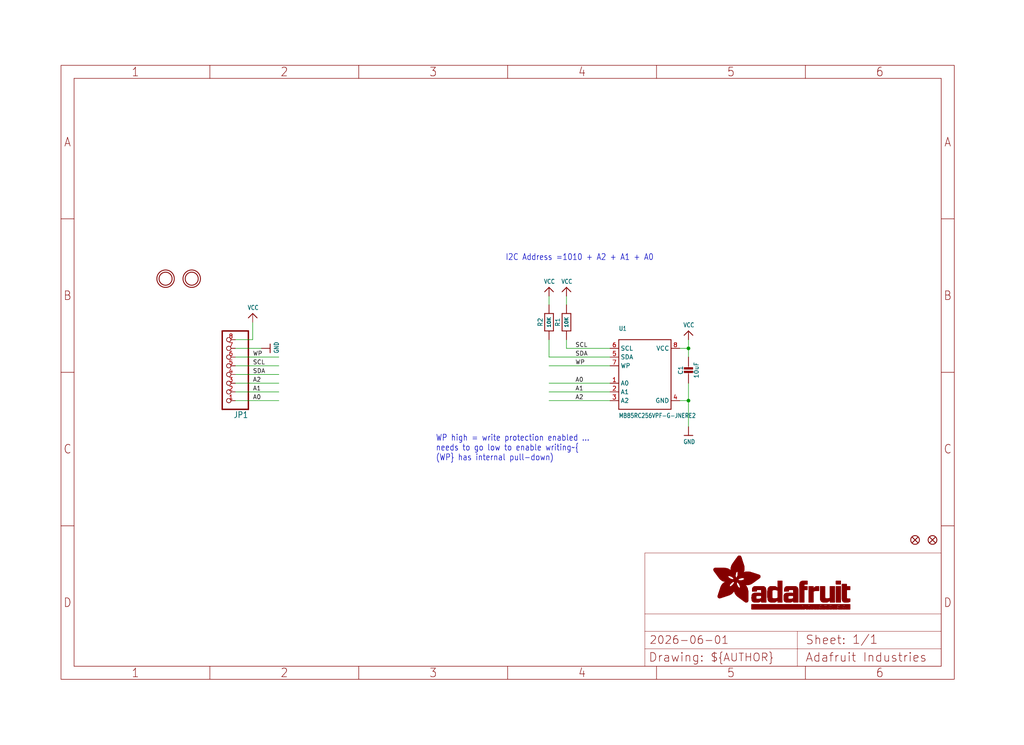
<source format=kicad_sch>
(kicad_sch (version 20230121) (generator eeschema)
  (paper "User" 298.45 217.322)
  (lib_symbols
    (symbol "working-eagle-import:CAP_CERAMIC_0805MP"
      (property "Reference" "C" (at -2.29 1.25 90))
      (symbol "CAP_CERAMIC_0805MP_1_0"
        (pin passive line (at 0 5.08 270) (length 2.54) (name "1") (number "1"))
        (pin passive line (at 0 -2.54 90) (length 2.54) (name "2") (number "2"))
      )
    )
    (symbol "working-eagle-import:FIDUCIAL{dblquote}{dblquote}")
    (symbol "working-eagle-import:FRAME_A4_ADAFRUIT"
      (symbol "FRAME_A4_ADAFRUIT_1_0"
        (text "${#}/${##}" (at 230.505 10.16 0) (effects (font (size 2.54 2.54)) (justify left bottom)))
        (text "${AUTHOR}" (at 189.23 5.08 0) (effects (font (size 2.286 2.286)) (justify left bottom)))
        (text "${CURRENT_DATE}" (at 171.45 10.16 0) (effects (font (size 2.286 2.286)) (justify left bottom)))
        (text "${PROJECTNAME}" (at 171.45 15.24 0) (effects (font (size 2.54 2.54)) (justify left bottom)))
        (text "1" (at 21.6958 1.905 0) (effects (font (size 2.54 2.286))))
        (text "1" (at 21.6958 177.165 0) (effects (font (size 2.54 2.286))))
        (text "2" (at 65.0875 1.905 0) (effects (font (size 2.54 2.286))))
        (text "2" (at 65.0875 177.165 0) (effects (font (size 2.54 2.286))))
        (text "3" (at 108.4792 1.905 0) (effects (font (size 2.54 2.286))))
        (text "3" (at 108.4792 177.165 0) (effects (font (size 2.54 2.286))))
        (text "4" (at 151.8708 1.905 0) (effects (font (size 2.54 2.286))))
        (text "4" (at 151.8708 177.165 0) (effects (font (size 2.54 2.286))))
        (text "5" (at 195.2625 1.905 0) (effects (font (size 2.54 2.286))))
        (text "5" (at 195.2625 177.165 0) (effects (font (size 2.54 2.286))))
        (text "6" (at 238.6542 1.905 0) (effects (font (size 2.54 2.286))))
        (text "6" (at 238.6542 177.165 0) (effects (font (size 2.54 2.286))))
        (text "A" (at 1.905 156.6863 0) (effects (font (size 2.54 2.286))))
        (text "A" (at 258.445 156.6863 0) (effects (font (size 2.54 2.286))))
        (text "Adafruit Industries" (at 216.916 4.953 0) (effects (font (size 2.54 2.54)) (justify left bottom)))
        (text "B" (at 1.905 111.9188 0) (effects (font (size 2.54 2.286))))
        (text "B" (at 258.445 111.9188 0) (effects (font (size 2.54 2.286))))
        (text "C" (at 1.905 67.1513 0) (effects (font (size 2.54 2.286))))
        (text "C" (at 258.445 67.1513 0) (effects (font (size 2.54 2.286))))
        (text "D" (at 1.905 22.3838 0) (effects (font (size 2.54 2.286))))
        (text "D" (at 258.445 22.3838 0) (effects (font (size 2.54 2.286))))
        (text "Drawing:" (at 171.196 4.953 0) (effects (font (size 2.54 2.54)) (justify left bottom)))
        (text "Sheet:" (at 216.916 10.033 0) (effects (font (size 2.54 2.54)) (justify left bottom)))
      )
    )
    (symbol "working-eagle-import:FRAM_SOIC8_I2C"
      (property "Reference" "U" (at -7.62 12.7 0))
      (symbol "FRAM_SOIC8_I2C_1_0"
        (pin input line (at -10.16 -2.54 0) (length 2.54) (name "A0") (number "1"))
        (pin input line (at -10.16 -5.08 0) (length 2.54) (name "A1") (number "2"))
        (pin input line (at -10.16 -7.62 0) (length 2.54) (name "A2") (number "3"))
        (pin power_in line (at 10.16 -7.62 180) (length 2.54) (name "GND") (number "4"))
        (pin bidirectional line (at -10.16 5.08 0) (length 2.54) (name "SDA") (number "5"))
        (pin input line (at -10.16 7.62 0) (length 2.54) (name "SCL") (number "6"))
        (pin input line (at -10.16 2.54 0) (length 2.54) (name "WP") (number "7"))
        (pin power_in line (at 10.16 7.62 180) (length 2.54) (name "VCC") (number "8"))
      )
    )
    (symbol "working-eagle-import:GND" (power)
      (property "Value" "GND" (at -1.524 -2.54 0))
      (symbol "GND_1_0"
        (pin power_in line (at 0 2.54 270) (length 2.54) (name "GND") (number "1"))
      )
    )
    (symbol "working-eagle-import:HEADER-1X870MIL"
      (property "Reference" "JP" (at -6.35 13.335 0))
      (symbol "HEADER-1X870MIL_1_0"
        (pin passive inverted (at -2.54 10.16 0) (length 2.54) (name "1") (number "1"))
        (pin passive inverted (at -2.54 7.62 0) (length 2.54) (name "2") (number "2"))
        (pin passive inverted (at -2.54 5.08 0) (length 2.54) (name "3") (number "3"))
        (pin passive inverted (at -2.54 2.54 0) (length 2.54) (name "4") (number "4"))
        (pin passive inverted (at -2.54 0 0) (length 2.54) (name "5") (number "5"))
        (pin passive inverted (at -2.54 -2.54 0) (length 2.54) (name "6") (number "6"))
        (pin passive inverted (at -2.54 -5.08 0) (length 2.54) (name "7") (number "7"))
        (pin passive inverted (at -2.54 -7.62 0) (length 2.54) (name "8") (number "8"))
      )
    )
    (symbol "working-eagle-import:MOUNTINGHOLE2.5")
    (symbol "working-eagle-import:RESISTOR_0805MP"
      (property "Reference" "R" (at 0 2.54 0))
      (symbol "RESISTOR_0805MP_1_0"
        (pin passive line (at -5.08 0 0) (length 2.54) (name "1") (number "1"))
        (pin passive line (at 5.08 0 180) (length 2.54) (name "2") (number "2"))
      )
    )
    (symbol "working-eagle-import:VCC" (power)
      (property "Value" "VCC" (at -1.524 1.016 0))
      (symbol "VCC_1_0"
        (pin power_in line (at 0 -2.54 90) (length 2.54) (name "VCC") (number "1"))
      )
    )
  )
  (junction (at 200.66 101.6))
  (junction (at 200.66 116.84))
  (wire (pts (xy 200.66 101.6) (xy 200.66 99.06)) (stroke (width 0.1524)))
  (wire (pts (xy 81.28 116.84) (xy 68.58 116.84)) (stroke (width 0.1524)))
  (wire (pts (xy 81.28 114.3) (xy 68.58 114.3)) (stroke (width 0.1524)))
  (wire (pts (xy 200.66 101.6) (xy 200.66 104.14)) (stroke (width 0.1524)))
  (wire (pts (xy 200.66 116.84) (xy 200.66 124.46)) (stroke (width 0.1524)))
  (wire (pts (xy 177.8 111.76) (xy 160.02 111.76)) (stroke (width 0.1524)))
  (wire (pts (xy 81.28 111.76) (xy 68.58 111.76)) (stroke (width 0.1524)))
  (wire (pts (xy 177.8 101.6) (xy 165.1 101.6)) (stroke (width 0.1524)))
  (wire (pts (xy 177.8 106.68) (xy 160.02 106.68)) (stroke (width 0.1524)))
  (wire (pts (xy 177.8 116.84) (xy 160.02 116.84)) (stroke (width 0.1524)))
  (wire (pts (xy 200.66 111.76) (xy 200.66 116.84)) (stroke (width 0.1524)))
  (wire (pts (xy 68.58 99.06) (xy 73.66 99.06)) (stroke (width 0.1524)))
  (wire (pts (xy 177.8 114.3) (xy 160.02 114.3)) (stroke (width 0.1524)))
  (wire (pts (xy 160.02 88.9) (xy 160.02 86.36)) (stroke (width 0.1524)))
  (wire (pts (xy 198.12 101.6) (xy 200.66 101.6)) (stroke (width 0.1524)))
  (wire (pts (xy 165.1 88.9) (xy 165.1 86.36)) (stroke (width 0.1524)))
  (wire (pts (xy 160.02 104.14) (xy 160.02 99.06)) (stroke (width 0.1524)))
  (wire (pts (xy 165.1 101.6) (xy 165.1 99.06)) (stroke (width 0.1524)))
  (wire (pts (xy 177.8 104.14) (xy 160.02 104.14)) (stroke (width 0.1524)))
  (wire (pts (xy 68.58 101.6) (xy 76.2 101.6)) (stroke (width 0.1524)))
  (wire (pts (xy 73.66 99.06) (xy 73.66 93.98)) (stroke (width 0.1524)))
  (wire (pts (xy 81.28 106.68) (xy 68.58 106.68)) (stroke (width 0.1524)))
  (wire (pts (xy 198.12 116.84) (xy 200.66 116.84)) (stroke (width 0.1524)))
  (wire (pts (xy 81.28 109.22) (xy 68.58 109.22)) (stroke (width 0.1524)))
  (wire (pts (xy 81.28 104.14) (xy 68.58 104.14)) (stroke (width 0.1524)))
  (text "I2C Address =1010 + A2 + A1 + A0" (at 147.32 76.2 0) (effects (font (size 1.778 1.5113)) (justify left bottom)))
  (text "WP high = write protection enabled ...\nneeds to go low to enable writing~{\n(WP} has internal pull-down)" (at 127 134.62 0) (effects (font (size 1.778 1.5113)) (justify left bottom)))
  (label "SCL" (at 167.64 101.6 0) (effects (font (size 1.2446 1.2446))))
  (label "SDA" (at 73.66 109.22 0) (effects (font (size 1.2446 1.2446))))
  (label "A1" (at 73.66 114.3 0) (effects (font (size 1.2446 1.2446))))
  (label "A2" (at 167.64 116.84 0) (effects (font (size 1.2446 1.2446))))
  (label "A1" (at 167.64 114.3 0) (effects (font (size 1.2446 1.2446))))
  (label "WP" (at 73.66 104.14 0) (effects (font (size 1.2446 1.2446))))
  (label "A0" (at 167.64 111.76 0) (effects (font (size 1.2446 1.2446))))
  (label "A2" (at 73.66 111.76 0) (effects (font (size 1.2446 1.2446))))
  (label "SDA" (at 167.64 104.14 0) (effects (font (size 1.2446 1.2446))))
  (label "SCL" (at 73.66 106.68 0) (effects (font (size 1.2446 1.2446))))
  (label "WP" (at 167.64 106.68 0) (effects (font (size 1.2446 1.2446))))
  (label "A0" (at 73.66 116.84 0) (effects (font (size 1.2446 1.2446))))
  (symbol (lib_id "working-eagle-import:FIDUCIAL{dblquote}{dblquote}") (at 266.7 157.48 0) (unit 1)
    (property "Reference" "FID2" (effects hide))
    (property "Value" "FIDUCIAL{dblquote}{dblquote}" (effects hide))
    (property "Footprint" "working:FIDUCIAL_1MM" (effects hide))
  )
  (symbol (lib_id "working-eagle-import:MOUNTINGHOLE2.5") (at 48.26 81.28 0) (unit 1)
    (property "Reference" "U$6" (effects hide))
    (property "Value" "MOUNTINGHOLE2.5" (effects hide))
    (property "Footprint" "working:MOUNTINGHOLE_2.5_PLATED" (effects hide))
  )
  (symbol (lib_id "working-eagle-import:VCC") (at 200.66 96.52 0) (unit 1)
    (property "Reference" "#P+1" (effects hide))
    (property "Value" "VCC" (at 199.136 95.504 0) (effects (font (size 1.27 1.0795)) (justify left bottom)))
  )
  (symbol (lib_id "working-eagle-import:FRAME_A4_ADAFRUIT") (at 17.78 198.12 0) (unit 1)
    (property "Reference" "#U$1" (effects hide))
    (property "Value" "FRAME_A4_ADAFRUIT" (effects hide))
  )
  (symbol (lib_id "working-eagle-import:GND") (at 200.66 127 0) (unit 1)
    (property "Reference" "#U$2" (effects hide))
    (property "Value" "GND" (at 199.136 129.54 0) (effects (font (size 1.27 1.0795)) (justify left bottom)))
  )
  (symbol (lib_id "working-eagle-import:VCC") (at 165.1 83.82 0) (unit 1)
    (property "Reference" "#P+4" (effects hide))
    (property "Value" "VCC" (at 163.576 82.804 0) (effects (font (size 1.27 1.0795)) (justify left bottom)))
  )
  (symbol (lib_id "working-eagle-import:GND") (at 78.74 101.6 90) (unit 1)
    (property "Reference" "#U$3" (effects hide))
    (property "Value" "GND" (at 81.28 103.124 0) (effects (font (size 1.27 1.0795)) (justify left bottom)))
  )
  (symbol (lib_id "working-eagle-import:VCC") (at 160.02 83.82 0) (unit 1)
    (property "Reference" "#P+3" (effects hide))
    (property "Value" "VCC" (at 158.496 82.804 0) (effects (font (size 1.27 1.0795)) (justify left bottom)))
  )
  (symbol (lib_id "working-eagle-import:HEADER-1X870MIL") (at 66.04 106.68 180) (unit 1)
    (property "Reference" "JP1" (at 72.39 120.015 0) (effects (font (size 1.778 1.5113)) (justify left bottom)))
    (property "Value" "HEADER-1X870MIL" (effects hide))
    (property "Footprint" "working:1X08_ROUND_70" (effects hide))
  )
  (symbol (lib_id "working-eagle-import:MOUNTINGHOLE2.5") (at 55.88 81.28 0) (unit 1)
    (property "Reference" "U$5" (effects hide))
    (property "Value" "MOUNTINGHOLE2.5" (effects hide))
    (property "Footprint" "working:MOUNTINGHOLE_2.5_PLATED" (effects hide))
  )
  (symbol (lib_id "working-eagle-import:FRAM_SOIC8_I2C") (at 187.96 109.22 0) (unit 1)
    (property "Reference" "U1" (at 180.34 96.52 0) (effects (font (size 1.27 1.0795)) (justify left bottom)))
    (property "Value" "MB85RC256VPF-G-JNERE2" (at 180.34 121.92 0) (effects (font (size 1.27 1.0795)) (justify left bottom)))
    (property "Footprint" "working:SOIC8_208MIL" (effects hide))
  )
  (symbol (lib_id "working-eagle-import:RESISTOR_0805MP") (at 165.1 93.98 90) (unit 1)
    (property "Reference" "R1" (at 162.56 93.98 0))
    (property "Value" "10K" (at 165.1 93.98 0) (effects (font (size 1.016 1.016) bold)))
    (property "Footprint" "working:_0805MP" (effects hide))
  )
  (symbol (lib_id "working-eagle-import:RESISTOR_0805MP") (at 160.02 93.98 90) (unit 1)
    (property "Reference" "R2" (at 157.48 93.98 0))
    (property "Value" "10K" (at 160.02 93.98 0) (effects (font (size 1.016 1.016) bold)))
    (property "Footprint" "working:_0805MP" (effects hide))
  )
  (symbol (lib_id "working-eagle-import:FIDUCIAL{dblquote}{dblquote}") (at 271.78 157.48 0) (unit 1)
    (property "Reference" "FID1" (effects hide))
    (property "Value" "FIDUCIAL{dblquote}{dblquote}" (effects hide))
    (property "Footprint" "working:FIDUCIAL_1MM" (effects hide))
  )
  (symbol (lib_id "working-eagle-import:VCC") (at 73.66 91.44 0) (unit 1)
    (property "Reference" "#P+8" (effects hide))
    (property "Value" "VCC" (at 72.136 90.424 0) (effects (font (size 1.27 1.0795)) (justify left bottom)))
  )
  (symbol (lib_id "working-eagle-import:CAP_CERAMIC_0805MP") (at 200.66 109.22 0) (unit 1)
    (property "Reference" "C1" (at 198.37 107.97 90))
    (property "Value" "10uF" (at 202.96 107.97 90))
    (property "Footprint" "working:_0805MP" (effects hide))
  )
)
</source>
